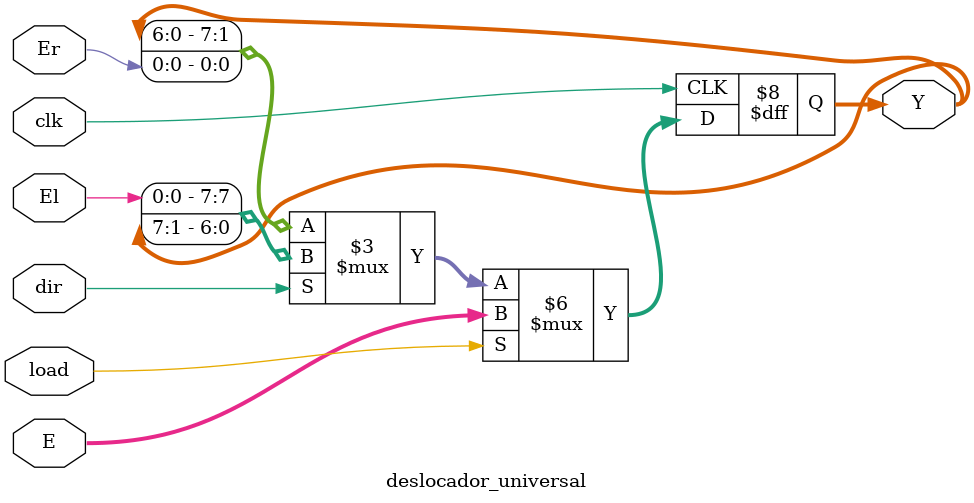
<source format=v>
module deslocador_universal
 #(
    parameter size = 8
)(
    input wire clk,
    input wire load,
    input wire dir,
    input wire [size-1:0] E,
    input wire Er,
    input wire El,
    output reg [size-1:0] Y
);

    always @(posedge clk) begin
        if (load) begin
            Y <= E;
        end else begin
            if (dir) begin
					 Y <= {El, Y[size-1:1]};
            end else begin
                Y <= {Y[size-2:0], Er};
            end
        end
    end

endmodule
</source>
